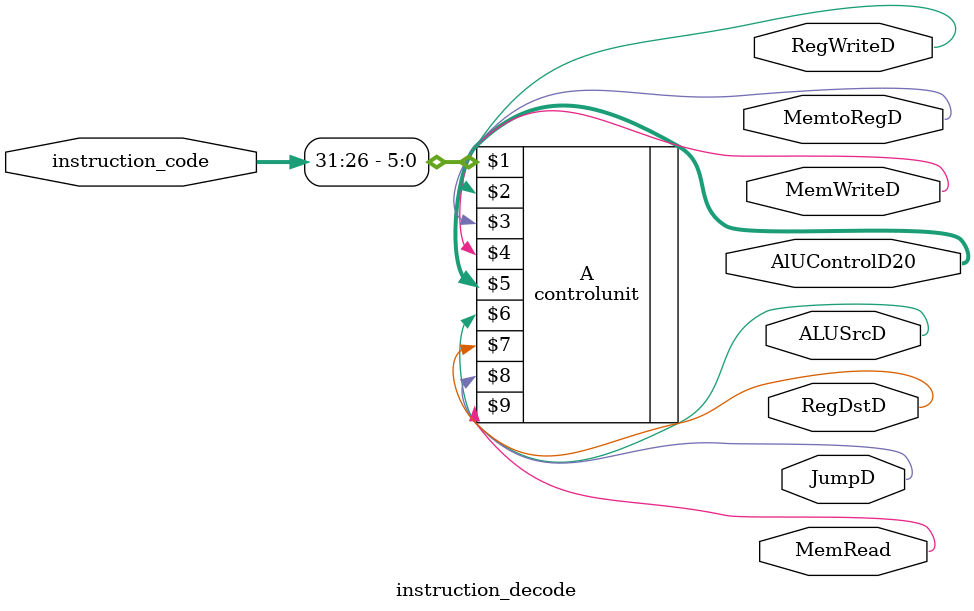
<source format=v>
`timescale 1ns / 1ps






module instruction_decode(
    input [31:0] instruction_code,
     output RegWriteD,
     output  MemtoRegD,
     output  MemWriteD,
     output [1:0] AlUControlD20,
     output  ALUSrcD,
     output  RegDstD,
     output JumpD,
     output MemRead
);


controlunit A(instruction_code[31:26],RegWriteD,MemtoRegD,MemWriteD,AlUControlD20,ALUSrcD,RegDstD,JumpD,MemRead);

endmodule




</source>
